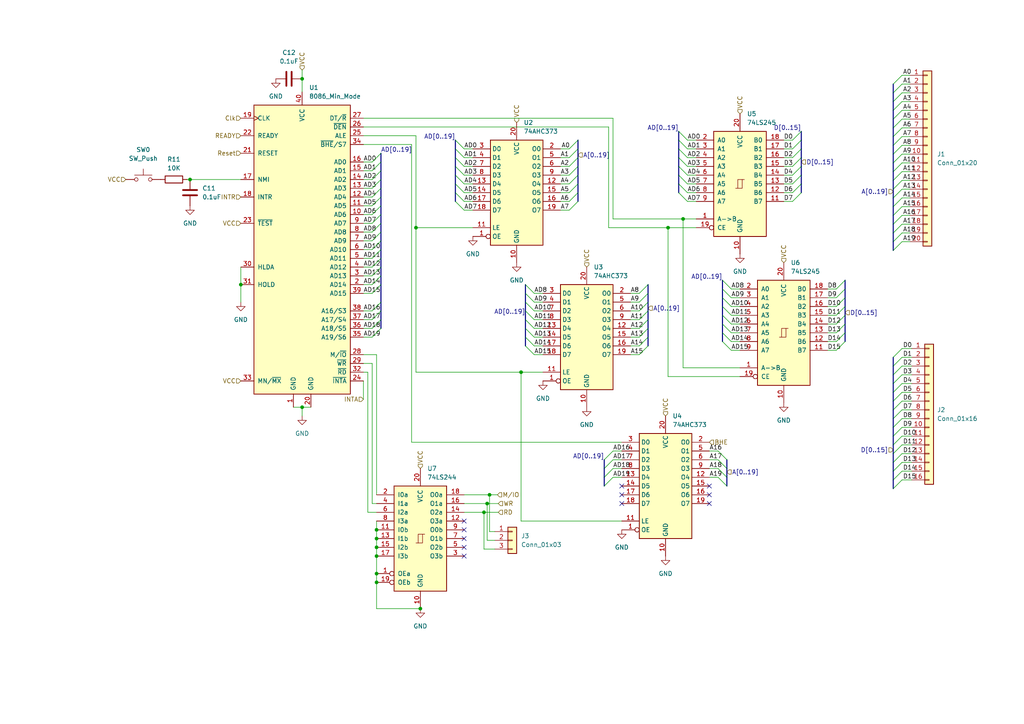
<source format=kicad_sch>
(kicad_sch (version 20211123) (generator eeschema)
  (paper "A4")
  (lib_symbols
    (symbol "74xx:74AHC373"
      (property "Reference" "U" (at -7.62 16.51 0))
      (property "Value" "74AHC373" (at -7.62 -16.51 0))
      (symbol "74AHC373_1_0"
        (pin input inverted (at -12.7 -12.7 0) (length 5.08) (name "OE") (number "1"))
        (pin power_in line (at 0 -20.32 90) (length 5.08) (name "GND") (number "10"))
        (pin input line (at -12.7 -10.16 0) (length 5.08) (name "LE") (number "11"))
        (pin tri_state line (at 12.7 2.54 180) (length 5.08) (name "O4") (number "12"))
        (pin input line (at -12.7 2.54 0) (length 5.08) (name "D4") (number "13"))
        (pin input line (at -12.7 0 0) (length 5.08) (name "D5") (number "14"))
        (pin tri_state line (at 12.7 0 180) (length 5.08) (name "O5") (number "15"))
        (pin tri_state line (at 12.7 -2.54 180) (length 5.08) (name "O6") (number "16"))
        (pin input line (at -12.7 -2.54 0) (length 5.08) (name "D6") (number "17"))
        (pin input line (at -12.7 -5.08 0) (length 5.08) (name "D7") (number "18"))
        (pin tri_state line (at 12.7 -5.08 180) (length 5.08) (name "O7") (number "19"))
        (pin tri_state line (at 12.7 12.7 180) (length 5.08) (name "O0") (number "2"))
        (pin power_in line (at 0 20.32 270) (length 5.08) (name "VCC") (number "20"))
        (pin input line (at -12.7 12.7 0) (length 5.08) (name "D0") (number "3"))
        (pin input line (at -12.7 10.16 0) (length 5.08) (name "D1") (number "4"))
        (pin tri_state line (at 12.7 10.16 180) (length 5.08) (name "O1") (number "5"))
        (pin tri_state line (at 12.7 7.62 180) (length 5.08) (name "O2") (number "6"))
        (pin input line (at -12.7 7.62 0) (length 5.08) (name "D2") (number "7"))
        (pin input line (at -12.7 5.08 0) (length 5.08) (name "D3") (number "8"))
        (pin tri_state line (at 12.7 5.08 180) (length 5.08) (name "O3") (number "9"))
      )
      (symbol "74AHC373_1_1"
        (rectangle (start -7.62 15.24) (end 7.62 -15.24) (stroke (width 0.254)) (fill (type background)))
      )
    )
    (symbol "74xx:74LS244" (pin_names (offset 1.016))
      (property "Reference" "U" (at -7.62 16.51 0))
      (property "Value" "74LS244" (at -7.62 -16.51 0))
      (symbol "74LS244_1_0"
        (polyline (pts (xy -0.635 -1.27) (xy -0.635 1.27) (xy 0.635 1.27)))
        (polyline (pts (xy -1.27 -1.27) (xy 0.635 -1.27) (xy 0.635 1.27) (xy 1.27 1.27)))
        (pin input inverted (at -12.7 -10.16 0) (length 5.08) (name "OEa") (number "1"))
        (pin power_in line (at 0 -20.32 90) (length 5.08) (name "GND") (number "10"))
        (pin input line (at -12.7 2.54 0) (length 5.08) (name "I0b") (number "11"))
        (pin tri_state line (at 12.7 5.08 180) (length 5.08) (name "O3a") (number "12"))
        (pin input line (at -12.7 0 0) (length 5.08) (name "I1b") (number "13"))
        (pin tri_state line (at 12.7 7.62 180) (length 5.08) (name "O2a") (number "14"))
        (pin input line (at -12.7 -2.54 0) (length 5.08) (name "I2b") (number "15"))
        (pin tri_state line (at 12.7 10.16 180) (length 5.08) (name "O1a") (number "16"))
        (pin input line (at -12.7 -5.08 0) (length 5.08) (name "I3b") (number "17"))
        (pin tri_state line (at 12.7 12.7 180) (length 5.08) (name "O0a") (number "18"))
        (pin input inverted (at -12.7 -12.7 0) (length 5.08) (name "OEb") (number "19"))
        (pin input line (at -12.7 12.7 0) (length 5.08) (name "I0a") (number "2"))
        (pin power_in line (at 0 20.32 270) (length 5.08) (name "VCC") (number "20"))
        (pin tri_state line (at 12.7 -5.08 180) (length 5.08) (name "O3b") (number "3"))
        (pin input line (at -12.7 10.16 0) (length 5.08) (name "I1a") (number "4"))
        (pin tri_state line (at 12.7 -2.54 180) (length 5.08) (name "O2b") (number "5"))
        (pin input line (at -12.7 7.62 0) (length 5.08) (name "I2a") (number "6"))
        (pin tri_state line (at 12.7 0 180) (length 5.08) (name "O1b") (number "7"))
        (pin input line (at -12.7 5.08 0) (length 5.08) (name "I3a") (number "8"))
        (pin tri_state line (at 12.7 2.54 180) (length 5.08) (name "O0b") (number "9"))
      )
      (symbol "74LS244_1_1"
        (rectangle (start -7.62 15.24) (end 7.62 -15.24) (stroke (width 0.254)) (fill (type background)))
      )
    )
    (symbol "74xx:74LS245" (pin_names (offset 1.016))
      (property "Reference" "U" (at -7.62 16.51 0))
      (property "Value" "74LS245" (at -7.62 -16.51 0))
      (symbol "74LS245_1_0"
        (polyline (pts (xy -0.635 -1.27) (xy -0.635 1.27) (xy 0.635 1.27)))
        (polyline (pts (xy -1.27 -1.27) (xy 0.635 -1.27) (xy 0.635 1.27) (xy 1.27 1.27)))
        (pin input line (at -12.7 -10.16 0) (length 5.08) (name "A->B") (number "1"))
        (pin power_in line (at 0 -20.32 90) (length 5.08) (name "GND") (number "10"))
        (pin tri_state line (at 12.7 -5.08 180) (length 5.08) (name "B7") (number "11"))
        (pin tri_state line (at 12.7 -2.54 180) (length 5.08) (name "B6") (number "12"))
        (pin tri_state line (at 12.7 0 180) (length 5.08) (name "B5") (number "13"))
        (pin tri_state line (at 12.7 2.54 180) (length 5.08) (name "B4") (number "14"))
        (pin tri_state line (at 12.7 5.08 180) (length 5.08) (name "B3") (number "15"))
        (pin tri_state line (at 12.7 7.62 180) (length 5.08) (name "B2") (number "16"))
        (pin tri_state line (at 12.7 10.16 180) (length 5.08) (name "B1") (number "17"))
        (pin tri_state line (at 12.7 12.7 180) (length 5.08) (name "B0") (number "18"))
        (pin input inverted (at -12.7 -12.7 0) (length 5.08) (name "CE") (number "19"))
        (pin tri_state line (at -12.7 12.7 0) (length 5.08) (name "A0") (number "2"))
        (pin power_in line (at 0 20.32 270) (length 5.08) (name "VCC") (number "20"))
        (pin tri_state line (at -12.7 10.16 0) (length 5.08) (name "A1") (number "3"))
        (pin tri_state line (at -12.7 7.62 0) (length 5.08) (name "A2") (number "4"))
        (pin tri_state line (at -12.7 5.08 0) (length 5.08) (name "A3") (number "5"))
        (pin tri_state line (at -12.7 2.54 0) (length 5.08) (name "A4") (number "6"))
        (pin tri_state line (at -12.7 0 0) (length 5.08) (name "A5") (number "7"))
        (pin tri_state line (at -12.7 -2.54 0) (length 5.08) (name "A6") (number "8"))
        (pin tri_state line (at -12.7 -5.08 0) (length 5.08) (name "A7") (number "9"))
      )
      (symbol "74LS245_1_1"
        (rectangle (start -7.62 15.24) (end 7.62 -15.24) (stroke (width 0.254)) (fill (type background)))
      )
    )
    (symbol "Connector_Generic:Conn_01x03" (pin_names (offset 1.016) hide)
      (property "Reference" "J" (at 0 5.08 0))
      (property "Value" "Conn_01x03" (at 0 -5.08 0))
      (symbol "Conn_01x03_1_1"
        (rectangle (start -1.27 -2.413) (end 0 -2.667) (stroke (width 0.1524)))
        (rectangle (start -1.27 0.127) (end 0 -0.127) (stroke (width 0.1524)))
        (rectangle (start -1.27 2.667) (end 0 2.413) (stroke (width 0.1524)))
        (rectangle (start -1.27 3.81) (end 1.27 -3.81) (stroke (width 0.254)) (fill (type background)))
        (pin passive line (at -5.08 2.54 0) (length 3.81) (name "Pin_1") (number "1"))
        (pin passive line (at -5.08 0 0) (length 3.81) (name "Pin_2") (number "2"))
        (pin passive line (at -5.08 -2.54 0) (length 3.81) (name "Pin_3") (number "3"))
      )
    )
    (symbol "Connector_Generic:Conn_01x16" (pin_names (offset 1.016) hide)
      (property "Reference" "J" (at 0 20.32 0))
      (property "Value" "Conn_01x16" (at 0 -22.86 0))
      (symbol "Conn_01x16_1_1"
        (rectangle (start -1.27 -20.193) (end 0 -20.447) (stroke (width 0.1524)))
        (rectangle (start -1.27 -17.653) (end 0 -17.907) (stroke (width 0.1524)))
        (rectangle (start -1.27 -15.113) (end 0 -15.367) (stroke (width 0.1524)))
        (rectangle (start -1.27 -12.573) (end 0 -12.827) (stroke (width 0.1524)))
        (rectangle (start -1.27 -10.033) (end 0 -10.287) (stroke (width 0.1524)))
        (rectangle (start -1.27 -7.493) (end 0 -7.747) (stroke (width 0.1524)))
        (rectangle (start -1.27 -4.953) (end 0 -5.207) (stroke (width 0.1524)))
        (rectangle (start -1.27 -2.413) (end 0 -2.667) (stroke (width 0.1524)))
        (rectangle (start -1.27 0.127) (end 0 -0.127) (stroke (width 0.1524)))
        (rectangle (start -1.27 2.667) (end 0 2.413) (stroke (width 0.1524)))
        (rectangle (start -1.27 5.207) (end 0 4.953) (stroke (width 0.1524)))
        (rectangle (start -1.27 7.747) (end 0 7.493) (stroke (width 0.1524)))
        (rectangle (start -1.27 10.287) (end 0 10.033) (stroke (width 0.1524)))
        (rectangle (start -1.27 12.827) (end 0 12.573) (stroke (width 0.1524)))
        (rectangle (start -1.27 15.367) (end 0 15.113) (stroke (width 0.1524)))
        (rectangle (start -1.27 17.907) (end 0 17.653) (stroke (width 0.1524)))
        (rectangle (start -1.27 19.05) (end 1.27 -21.59) (stroke (width 0.254)) (fill (type background)))
        (pin passive line (at -5.08 17.78 0) (length 3.81) (name "Pin_1") (number "1"))
        (pin passive line (at -5.08 -5.08 0) (length 3.81) (name "Pin_10") (number "10"))
        (pin passive line (at -5.08 -7.62 0) (length 3.81) (name "Pin_11") (number "11"))
        (pin passive line (at -5.08 -10.16 0) (length 3.81) (name "Pin_12") (number "12"))
        (pin passive line (at -5.08 -12.7 0) (length 3.81) (name "Pin_13") (number "13"))
        (pin passive line (at -5.08 -15.24 0) (length 3.81) (name "Pin_14") (number "14"))
        (pin passive line (at -5.08 -17.78 0) (length 3.81) (name "Pin_15") (number "15"))
        (pin passive line (at -5.08 -20.32 0) (length 3.81) (name "Pin_16") (number "16"))
        (pin passive line (at -5.08 15.24 0) (length 3.81) (name "Pin_2") (number "2"))
        (pin passive line (at -5.08 12.7 0) (length 3.81) (name "Pin_3") (number "3"))
        (pin passive line (at -5.08 10.16 0) (length 3.81) (name "Pin_4") (number "4"))
        (pin passive line (at -5.08 7.62 0) (length 3.81) (name "Pin_5") (number "5"))
        (pin passive line (at -5.08 5.08 0) (length 3.81) (name "Pin_6") (number "6"))
        (pin passive line (at -5.08 2.54 0) (length 3.81) (name "Pin_7") (number "7"))
        (pin passive line (at -5.08 0 0) (length 3.81) (name "Pin_8") (number "8"))
        (pin passive line (at -5.08 -2.54 0) (length 3.81) (name "Pin_9") (number "9"))
      )
    )
    (symbol "Connector_Generic:Conn_01x20" (pin_names (offset 1.016) hide)
      (property "Reference" "J" (at 0 25.4 0))
      (property "Value" "Conn_01x20" (at 0 -27.94 0))
      (symbol "Conn_01x20_1_1"
        (rectangle (start -1.27 -25.273) (end 0 -25.527) (stroke (width 0.1524)))
        (rectangle (start -1.27 -22.733) (end 0 -22.987) (stroke (width 0.1524)))
        (rectangle (start -1.27 -20.193) (end 0 -20.447) (stroke (width 0.1524)))
        (rectangle (start -1.27 -17.653) (end 0 -17.907) (stroke (width 0.1524)))
        (rectangle (start -1.27 -15.113) (end 0 -15.367) (stroke (width 0.1524)))
        (rectangle (start -1.27 -12.573) (end 0 -12.827) (stroke (width 0.1524)))
        (rectangle (start -1.27 -10.033) (end 0 -10.287) (stroke (width 0.1524)))
        (rectangle (start -1.27 -7.493) (end 0 -7.747) (stroke (width 0.1524)))
        (rectangle (start -1.27 -4.953) (end 0 -5.207) (stroke (width 0.1524)))
        (rectangle (start -1.27 -2.413) (end 0 -2.667) (stroke (width 0.1524)))
        (rectangle (start -1.27 0.127) (end 0 -0.127) (stroke (width 0.1524)))
        (rectangle (start -1.27 2.667) (end 0 2.413) (stroke (width 0.1524)))
        (rectangle (start -1.27 5.207) (end 0 4.953) (stroke (width 0.1524)))
        (rectangle (start -1.27 7.747) (end 0 7.493) (stroke (width 0.1524)))
        (rectangle (start -1.27 10.287) (end 0 10.033) (stroke (width 0.1524)))
        (rectangle (start -1.27 12.827) (end 0 12.573) (stroke (width 0.1524)))
        (rectangle (start -1.27 15.367) (end 0 15.113) (stroke (width 0.1524)))
        (rectangle (start -1.27 17.907) (end 0 17.653) (stroke (width 0.1524)))
        (rectangle (start -1.27 20.447) (end 0 20.193) (stroke (width 0.1524)))
        (rectangle (start -1.27 22.987) (end 0 22.733) (stroke (width 0.1524)))
        (rectangle (start -1.27 24.13) (end 1.27 -26.67) (stroke (width 0.254)) (fill (type background)))
        (pin passive line (at -5.08 22.86 0) (length 3.81) (name "Pin_1") (number "1"))
        (pin passive line (at -5.08 0 0) (length 3.81) (name "Pin_10") (number "10"))
        (pin passive line (at -5.08 -2.54 0) (length 3.81) (name "Pin_11") (number "11"))
        (pin passive line (at -5.08 -5.08 0) (length 3.81) (name "Pin_12") (number "12"))
        (pin passive line (at -5.08 -7.62 0) (length 3.81) (name "Pin_13") (number "13"))
        (pin passive line (at -5.08 -10.16 0) (length 3.81) (name "Pin_14") (number "14"))
        (pin passive line (at -5.08 -12.7 0) (length 3.81) (name "Pin_15") (number "15"))
        (pin passive line (at -5.08 -15.24 0) (length 3.81) (name "Pin_16") (number "16"))
        (pin passive line (at -5.08 -17.78 0) (length 3.81) (name "Pin_17") (number "17"))
        (pin passive line (at -5.08 -20.32 0) (length 3.81) (name "Pin_18") (number "18"))
        (pin passive line (at -5.08 -22.86 0) (length 3.81) (name "Pin_19") (number "19"))
        (pin passive line (at -5.08 20.32 0) (length 3.81) (name "Pin_2") (number "2"))
        (pin passive line (at -5.08 -25.4 0) (length 3.81) (name "Pin_20") (number "20"))
        (pin passive line (at -5.08 17.78 0) (length 3.81) (name "Pin_3") (number "3"))
        (pin passive line (at -5.08 15.24 0) (length 3.81) (name "Pin_4") (number "4"))
        (pin passive line (at -5.08 12.7 0) (length 3.81) (name "Pin_5") (number "5"))
        (pin passive line (at -5.08 10.16 0) (length 3.81) (name "Pin_6") (number "6"))
        (pin passive line (at -5.08 7.62 0) (length 3.81) (name "Pin_7") (number "7"))
        (pin passive line (at -5.08 5.08 0) (length 3.81) (name "Pin_8") (number "8"))
        (pin passive line (at -5.08 2.54 0) (length 3.81) (name "Pin_9") (number "9"))
      )
    )
    (symbol "Device:C" (pin_numbers hide) (pin_names (offset 0.254))
      (property "Reference" "C" (at 0.635 2.54 0))
      (property "Value" "C" (at 0.635 -2.54 0))
      (symbol "C_0_1"
        (polyline (pts (xy -2.032 -0.762) (xy 2.032 -0.762)) (stroke (width 0.508)))
        (polyline (pts (xy -2.032 0.762) (xy 2.032 0.762)) (stroke (width 0.508)))
      )
      (symbol "C_1_1"
        (pin passive line (at 0 3.81 270) (length 2.794) (name "~") (number "1"))
        (pin passive line (at 0 -3.81 90) (length 2.794) (name "~") (number "2"))
      )
    )
    (symbol "Device:R" (pin_numbers hide) (pin_names (offset 0))
      (property "Reference" "R" (at 2.032 0 90))
      (property "Value" "R" (at 0 0 90))
      (symbol "R_0_1"
        (rectangle (start -1.016 -2.54) (end 1.016 2.54) (stroke (width 0.254)))
      )
      (symbol "R_1_1"
        (pin passive line (at 0 3.81 270) (length 1.27) (name "~") (number "1"))
        (pin passive line (at 0 -3.81 90) (length 1.27) (name "~") (number "2"))
      )
    )
    (symbol "MCU_Intel:8086_Min_Mode" (pin_names (offset 1.016))
      (property "Reference" "U" (at -12.7 43.18 0))
      (property "Value" "8086_Min_Mode" (at 10.16 43.18 0))
      (symbol "8086_Min_Mode_0_1"
        (rectangle (start 13.97 -41.91) (end -13.97 41.91) (stroke (width 0.254)) (fill (type background)))
      )
      (symbol "8086_Min_Mode_1_1"
        (pin power_in line (at -2.54 -45.72 90) (length 3.81) (name "GND") (number "1"))
        (pin bidirectional line (at 17.78 10.16 180) (length 3.81) (name "AD6") (number "10"))
        (pin bidirectional line (at 17.78 12.7 180) (length 3.81) (name "AD5") (number "11"))
        (pin bidirectional line (at 17.78 15.24 180) (length 3.81) (name "AD4") (number "12"))
        (pin bidirectional line (at 17.78 17.78 180) (length 3.81) (name "AD3") (number "13"))
        (pin bidirectional line (at 17.78 20.32 180) (length 3.81) (name "AD2") (number "14"))
        (pin bidirectional line (at 17.78 22.86 180) (length 3.81) (name "AD1") (number "15"))
        (pin bidirectional line (at 17.78 25.4 180) (length 3.81) (name "AD0") (number "16"))
        (pin input line (at -17.78 20.32 0) (length 3.81) (name "NMI") (number "17"))
        (pin input line (at -17.78 15.24 0) (length 3.81) (name "INTR") (number "18"))
        (pin input clock (at -17.78 38.1 0) (length 3.81) (name "CLK") (number "19"))
        (pin bidirectional line (at 17.78 -10.16 180) (length 3.81) (name "AD14") (number "2"))
        (pin power_in line (at 2.54 -45.72 90) (length 3.81) (name "GND") (number "20"))
        (pin input line (at -17.78 27.94 0) (length 3.81) (name "RESET") (number "21"))
        (pin input line (at -17.78 33.02 0) (length 3.81) (name "READY") (number "22"))
        (pin input line (at -17.78 7.62 0) (length 3.81) (name "~{TEST}") (number "23"))
        (pin output line (at 17.78 -38.1 180) (length 3.81) (name "~{INTA}") (number "24"))
        (pin output line (at 17.78 33.02 180) (length 3.81) (name "ALE") (number "25"))
        (pin output line (at 17.78 35.56 180) (length 3.81) (name "~{DEN}") (number "26"))
        (pin output line (at 17.78 38.1 180) (length 3.81) (name "DT/~{R}") (number "27"))
        (pin output line (at 17.78 -30.48 180) (length 3.81) (name "M/~{IO}") (number "28"))
        (pin output line (at 17.78 -33.02 180) (length 3.81) (name "~{WR}") (number "29"))
        (pin bidirectional line (at 17.78 -7.62 180) (length 3.81) (name "AD13") (number "3"))
        (pin output line (at -17.78 -5.08 0) (length 3.81) (name "HLDA") (number "30"))
        (pin input line (at -17.78 -10.16 0) (length 3.81) (name "HOLD") (number "31"))
        (pin output line (at 17.78 -35.56 180) (length 3.81) (name "~{RD}") (number "32"))
        (pin input line (at -17.78 -38.1 0) (length 3.81) (name "MN/~{MX}") (number "33"))
        (pin output line (at 17.78 30.48 180) (length 3.81) (name "~{BHE}/S7") (number "34"))
        (pin output line (at 17.78 -25.4 180) (length 3.81) (name "A19/S6") (number "35"))
        (pin output line (at 17.78 -22.86 180) (length 3.81) (name "A18/S5") (number "36"))
        (pin output line (at 17.78 -20.32 180) (length 3.81) (name "A17/S4") (number "37"))
        (pin output line (at 17.78 -17.78 180) (length 3.81) (name "A16/S3") (number "38"))
        (pin bidirectional line (at 17.78 -12.7 180) (length 3.81) (name "AD15") (number "39"))
        (pin bidirectional line (at 17.78 -5.08 180) (length 3.81) (name "AD12") (number "4"))
        (pin power_in line (at 0 45.72 270) (length 3.81) (name "VCC") (number "40"))
        (pin bidirectional line (at 17.78 -2.54 180) (length 3.81) (name "AD11") (number "5"))
        (pin bidirectional line (at 17.78 0 180) (length 3.81) (name "AD10") (number "6"))
        (pin bidirectional line (at 17.78 2.54 180) (length 3.81) (name "AD9") (number "7"))
        (pin bidirectional line (at 17.78 5.08 180) (length 3.81) (name "AD8") (number "8"))
        (pin bidirectional line (at 17.78 7.62 180) (length 3.81) (name "AD7") (number "9"))
      )
    )
    (symbol "Switch:SW_Push" (pin_numbers hide) (pin_names (offset 1.016) hide)
      (property "Reference" "SW" (at 1.27 2.54 0))
      (property "Value" "SW_Push" (at 0 -1.524 0))
      (symbol "SW_Push_0_1"
        (circle (center -2.032 0) (radius 0.508))
        (polyline (pts (xy 0 1.27) (xy 0 3.048)))
        (polyline (pts (xy 2.54 1.27) (xy -2.54 1.27)))
        (circle (center 2.032 0) (radius 0.508))
        (pin passive line (at -5.08 0 0) (length 2.54) (name "1") (number "1"))
        (pin passive line (at 5.08 0 180) (length 2.54) (name "2") (number "2"))
      )
    )
    (symbol "power:GND" (power) (pin_names (offset 0))
      (property "Value" "GND" (at 0 -3.81 0))
      (symbol "GND_0_1"
        (polyline (pts (xy 0 0) (xy 0 -1.27) (xy 1.27 -1.27) (xy 0 -2.54) (xy -1.27 -1.27) (xy 0 -1.27)))
      )
      (symbol "GND_1_1"
        (pin power_in line (at 0 0 270) (length 0) hide (name "GND") (number "1"))
      )
    )
  )
  (junction (at 121.92 176.53))
  (junction (at 69.85 82.55))
  (junction (at 55.118 52.07))
  (junction (at 140.3761 148.59))
  (junction (at 109.22 156.21))
  (junction (at 141.986 143.51))
  (junction (at 141.2951 146.05))
  (junction (at 109.22 166.37))
  (junction (at 87.63 118.11))
  (junction (at 120.65 66.04))
  (junction (at 109.22 153.67))
  (junction (at 193.761 66.04))
  (junction (at 109.22 161.29))
  (junction (at 109.22 158.75))
  (junction (at 198.12 63.5))
  (junction (at 87.63 22.86))
  (junction (at 109.22 168.91))
  (junction (at 151.13 107.95))
  (no_connect (at 134.62 156.21))
  (no_connect (at 134.62 151.13))
  (no_connect (at 134.62 153.67))
  (no_connect (at 180.34 146.05))
  (no_connect (at 205.74 140.97))
  (no_connect (at 180.34 143.51))
  (no_connect (at 205.74 146.05))
  (no_connect (at 180.34 140.97))
  (no_connect (at 134.62 158.75))
  (no_connect (at 134.62 161.29))
  (no_connect (at 205.74 143.51))
  (bus_entry (at 209.55 96.52) (size 2.54 2.54))
  (bus_entry (at 259.08 34.544) (size 2.54 -2.54))
  (bus_entry (at 259.08 44.704) (size 2.54 -2.54))
  (bus_entry (at 209.55 83.82) (size 2.54 2.54))
  (bus_entry (at 196.85 40.64) (size 2.54 2.54))
  (bus_entry (at 110.49 54.61) (size -2.54 2.54))
  (bus_entry (at 209.55 86.36) (size 2.54 2.54))
  (bus_entry (at 110.49 95.25) (size -2.54 2.54))
  (bus_entry (at 110.49 92.71) (size -2.54 2.54))
  (bus_entry (at 110.49 90.17) (size -2.54 2.54))
  (bus_entry (at 110.49 87.63) (size -2.54 2.54))
  (bus_entry (at 259.08 123.952) (size 2.54 -2.54))
  (bus_entry (at 187.96 85.09) (size -2.54 2.54))
  (bus_entry (at 209.55 99.06) (size 2.54 2.54))
  (bus_entry (at 187.96 95.25) (size -2.54 2.54))
  (bus_entry (at 196.85 38.1) (size 2.54 2.54))
  (bus_entry (at 187.96 82.55) (size -2.54 2.54))
  (bus_entry (at 259.08 141.732) (size 2.54 -2.54))
  (bus_entry (at 259.08 59.944) (size 2.54 -2.54))
  (bus_entry (at 110.49 77.47) (size -2.54 2.54))
  (bus_entry (at 110.49 82.55) (size -2.54 2.54))
  (bus_entry (at 132.08 55.88) (size 2.54 2.54))
  (bus_entry (at 259.08 111.252) (size 2.54 -2.54))
  (bus_entry (at 152.4 97.79) (size 2.54 2.54))
  (bus_entry (at 132.08 48.26) (size 2.54 2.54))
  (bus_entry (at 259.08 121.412) (size 2.54 -2.54))
  (bus_entry (at 110.49 59.69) (size -2.54 2.54))
  (bus_entry (at 259.08 108.712) (size 2.54 -2.54))
  (bus_entry (at 245.11 99.06) (size -2.54 2.54))
  (bus_entry (at 259.08 70.104) (size 2.54 -2.54))
  (bus_entry (at 259.08 39.624) (size 2.54 -2.54))
  (bus_entry (at 196.85 50.8) (size 2.54 2.54))
  (bus_entry (at 110.49 67.31) (size -2.54 2.54))
  (bus_entry (at 259.08 67.564) (size 2.54 -2.54))
  (bus_entry (at 245.11 88.9) (size -2.54 2.54))
  (bus_entry (at 259.08 24.384) (size 2.54 -2.54))
  (bus_entry (at 210.82 138.43) (size -2.54 -2.54))
  (bus_entry (at 196.85 45.72) (size 2.54 2.54))
  (bus_entry (at 110.49 46.99) (size -2.54 2.54))
  (bus_entry (at 167.64 50.8) (size -2.54 2.54))
  (bus_entry (at 110.49 64.77) (size -2.54 2.54))
  (bus_entry (at 259.08 65.024) (size 2.54 -2.54))
  (bus_entry (at 259.08 52.324) (size 2.54 -2.54))
  (bus_entry (at 187.96 87.63) (size -2.54 2.54))
  (bus_entry (at 152.4 82.55) (size 2.54 2.54))
  (bus_entry (at 196.85 43.18) (size 2.54 2.54))
  (bus_entry (at 259.08 29.464) (size 2.54 -2.54))
  (bus_entry (at 245.11 93.98) (size -2.54 2.54))
  (bus_entry (at 196.85 55.88) (size 2.54 2.54))
  (bus_entry (at 232.41 40.64) (size -2.54 2.54))
  (bus_entry (at 245.11 96.52) (size -2.54 2.54))
  (bus_entry (at 232.41 48.26) (size -2.54 2.54))
  (bus_entry (at 167.64 48.26) (size -2.54 2.54))
  (bus_entry (at 259.08 134.112) (size 2.54 -2.54))
  (bus_entry (at 175.26 140.97) (size 2.54 -2.54))
  (bus_entry (at 187.96 97.79) (size -2.54 2.54))
  (bus_entry (at 245.11 86.36) (size -2.54 2.54))
  (bus_entry (at 210.82 135.89) (size -2.54 -2.54))
  (bus_entry (at 132.08 43.18) (size 2.54 2.54))
  (bus_entry (at 110.49 69.85) (size -2.54 2.54))
  (bus_entry (at 232.41 38.1) (size -2.54 2.54))
  (bus_entry (at 259.08 129.032) (size 2.54 -2.54))
  (bus_entry (at 245.11 83.82) (size -2.54 2.54))
  (bus_entry (at 187.96 100.33) (size -2.54 2.54))
  (bus_entry (at 232.41 53.34) (size -2.54 2.54))
  (bus_entry (at 259.08 26.924) (size 2.54 -2.54))
  (bus_entry (at 187.96 90.17) (size -2.54 2.54))
  (bus_entry (at 110.49 74.93) (size -2.54 2.54))
  (bus_entry (at 209.55 93.98) (size 2.54 2.54))
  (bus_entry (at 167.64 45.72) (size -2.54 2.54))
  (bus_entry (at 259.08 37.084) (size 2.54 -2.54))
  (bus_entry (at 187.96 92.71) (size -2.54 2.54))
  (bus_entry (at 259.08 62.484) (size 2.54 -2.54))
  (bus_entry (at 210.82 133.35) (size -2.54 -2.54))
  (bus_entry (at 196.85 48.26) (size 2.54 2.54))
  (bus_entry (at 110.49 62.23) (size -2.54 2.54))
  (bus_entry (at 167.64 53.34) (size -2.54 2.54))
  (bus_entry (at 259.08 126.492) (size 2.54 -2.54))
  (bus_entry (at 245.11 91.44) (size -2.54 2.54))
  (bus_entry (at 209.55 81.28) (size 2.54 2.54))
  (bus_entry (at 232.41 50.8) (size -2.54 2.54))
  (bus_entry (at 259.08 136.652) (size 2.54 -2.54))
  (bus_entry (at 259.08 103.632) (size 2.54 -2.54))
  (bus_entry (at 167.64 58.42) (size -2.54 2.54))
  (bus_entry (at 259.08 57.404) (size 2.54 -2.54))
  (bus_entry (at 259.08 116.332) (size 2.54 -2.54))
  (bus_entry (at 232.41 45.72) (size -2.54 2.54))
  (bus_entry (at 110.49 72.39) (size -2.54 2.54))
  (bus_entry (at 175.26 135.89) (size 2.54 -2.54))
  (bus_entry (at 110.49 80.01) (size -2.54 2.54))
  (bus_entry (at 259.08 106.172) (size 2.54 -2.54))
  (bus_entry (at 259.08 72.644) (size 2.54 -2.54))
  (bus_entry (at 152.4 87.63) (size 2.54 2.54))
  (bus_entry (at 210.82 140.97) (size -2.54 -2.54))
  (bus_entry (at 167.64 43.18) (size -2.54 2.54))
  (bus_entry (at 259.08 49.784) (size 2.54 -2.54))
  (bus_entry (at 110.49 57.15) (size -2.54 2.54))
  (bus_entry (at 152.4 100.33) (size 2.54 2.54))
  (bus_entry (at 110.49 52.07) (size -2.54 2.54))
  (bus_entry (at 152.4 90.17) (size 2.54 2.54))
  (bus_entry (at 259.08 42.164) (size 2.54 -2.54))
  (bus_entry (at 175.26 133.35) (size 2.54 -2.54))
  (bus_entry (at 167.64 40.64) (size -2.54 2.54))
  (bus_entry (at 196.85 53.34) (size 2.54 2.54))
  (bus_entry (at 132.08 50.8) (size 2.54 2.54))
  (bus_entry (at 209.55 88.9) (size 2.54 2.54))
  (bus_entry (at 259.08 47.244) (size 2.54 -2.54))
  (bus_entry (at 259.08 32.004) (size 2.54 -2.54))
  (bus_entry (at 259.08 113.792) (size 2.54 -2.54))
  (bus_entry (at 259.08 118.872) (size 2.54 -2.54))
  (bus_entry (at 152.4 95.25) (size 2.54 2.54))
  (bus_entry (at 167.64 55.88) (size -2.54 2.54))
  (bus_entry (at 259.08 131.572) (size 2.54 -2.54))
  (bus_entry (at 110.49 49.53) (size -2.54 2.54))
  (bus_entry (at 232.41 43.18) (size -2.54 2.54))
  (bus_entry (at 245.11 81.28) (size -2.54 2.54))
  (bus_entry (at 232.41 55.88) (size -2.54 2.54))
  (bus_entry (at 152.4 92.71) (size 2.54 2.54))
  (bus_entry (at 259.08 54.864) (size 2.54 -2.54))
  (bus_entry (at 132.08 58.42) (size 2.54 2.54))
  (bus_entry (at 110.49 44.45) (size -2.54 2.54))
  (bus_entry (at 152.4 85.09) (size 2.54 2.54))
  (bus_entry (at 132.08 40.64) (size 2.54 2.54))
  (bus_entry (at 175.26 138.43) (size 2.54 -2.54))
  (bus_entry (at 132.08 53.34) (size 2.54 2.54))
  (bus_entry (at 259.08 139.192) (size 2.54 -2.54))
  (bus_entry (at 209.55 91.44) (size 2.54 2.54))
  (bus_entry (at 132.08 45.72) (size 2.54 2.54))
  (bus (pts (xy 210.82 138.43) (xy 210.82 140.97)))
  (bus (pts (xy 259.08 139.192) (xy 259.08 136.652)))
  (wire (pts (xy 240.03 88.9) (xy 242.57 88.9)))
  (bus (pts (xy 259.08 62.484) (xy 259.08 59.944)))
  (bus (pts (xy 209.55 96.52) (xy 209.55 99.06)))
  (wire (pts (xy 261.62 44.704) (xy 263.906 44.704)))
  (wire (pts (xy 240.03 86.36) (xy 242.57 86.36)))
  (wire (pts (xy 54.2546 52.07) (xy 54.2546 52.0573)))
  (bus (pts (xy 210.82 135.89) (xy 210.82 138.43)))
  (wire (pts (xy 105.41 105.41) (xy 107.95 105.41)))
  (bus (pts (xy 259.08 32.004) (xy 259.08 29.464)))
  (wire (pts (xy 227.33 53.34) (xy 229.87 53.34)))
  (wire (pts (xy 154.94 90.17) (xy 157.48 90.17)))
  (wire (pts (xy 141.986 154.178) (xy 143.51 154.178)))
  (wire (pts (xy 199.39 43.18) (xy 201.93 43.18)))
  (wire (pts (xy 87.63 118.11) (xy 87.63 120.65)))
  (wire (pts (xy 227.33 43.18) (xy 229.87 43.18)))
  (bus (pts (xy 110.49 77.47) (xy 110.49 80.01)))
  (wire (pts (xy 261.62 67.564) (xy 263.906 67.564)))
  (wire (pts (xy 105.41 77.47) (xy 107.95 77.47)))
  (wire (pts (xy 105.41 90.17) (xy 107.95 90.17)))
  (wire (pts (xy 119.38 41.91) (xy 119.38 128.27)))
  (wire (pts (xy 141.2951 146.05) (xy 144.526 146.05)))
  (bus (pts (xy 132.08 48.26) (xy 132.08 50.8)))
  (wire (pts (xy 261.62 21.844) (xy 263.906 21.844)))
  (wire (pts (xy 261.62 59.944) (xy 263.906 59.944)))
  (bus (pts (xy 232.41 53.34) (xy 232.41 55.88)))
  (wire (pts (xy 141.986 143.51) (xy 141.986 154.178)))
  (bus (pts (xy 259.08 65.024) (xy 259.08 62.484)))
  (bus (pts (xy 245.11 86.36) (xy 245.11 88.9)))
  (wire (pts (xy 141.986 143.51) (xy 144.272 143.51)))
  (wire (pts (xy 261.62 34.544) (xy 263.906 34.544)))
  (bus (pts (xy 110.49 54.61) (xy 110.49 57.15)))
  (wire (pts (xy 240.03 83.82) (xy 242.57 83.82)))
  (wire (pts (xy 182.88 100.33) (xy 185.42 100.33)))
  (wire (pts (xy 261.62 101.092) (xy 264.414 101.092)))
  (wire (pts (xy 199.39 55.88) (xy 201.93 55.88)))
  (wire (pts (xy 261.62 47.244) (xy 263.906 47.244)))
  (wire (pts (xy 105.41 74.93) (xy 107.95 74.93)))
  (bus (pts (xy 110.49 59.69) (xy 110.49 62.23)))
  (wire (pts (xy 261.62 113.792) (xy 264.414 113.792)))
  (bus (pts (xy 209.55 91.44) (xy 209.55 93.98)))
  (bus (pts (xy 232.41 40.64) (xy 232.41 43.18)))
  (bus (pts (xy 110.49 67.31) (xy 110.49 69.85)))
  (bus (pts (xy 167.64 48.26) (xy 167.64 50.8)))
  (wire (pts (xy 109.22 176.53) (xy 121.92 176.53)))
  (bus (pts (xy 259.08 116.332) (xy 259.08 113.792)))
  (wire (pts (xy 227.33 48.26) (xy 229.87 48.26)))
  (wire (pts (xy 69.85 82.55) (xy 69.85 87.63)))
  (wire (pts (xy 162.56 48.26) (xy 165.1 48.26)))
  (wire (pts (xy 105.41 115.824) (xy 105.41 110.49)))
  (wire (pts (xy 105.41 107.95) (xy 106.68 107.95)))
  (bus (pts (xy 110.49 52.07) (xy 110.49 54.61)))
  (wire (pts (xy 182.88 102.87) (xy 185.42 102.87)))
  (wire (pts (xy 182.88 97.79) (xy 185.42 97.79)))
  (bus (pts (xy 152.4 87.63) (xy 152.4 90.17)))
  (wire (pts (xy 205.74 138.43) (xy 208.28 138.43)))
  (bus (pts (xy 259.08 42.164) (xy 259.08 39.624)))
  (wire (pts (xy 193.761 109.22) (xy 214.63 109.22)))
  (wire (pts (xy 140.3761 148.59) (xy 140.3761 159.258)))
  (wire (pts (xy 177.8 133.35) (xy 180.34 133.35)))
  (bus (pts (xy 152.4 82.55) (xy 152.4 85.09)))
  (wire (pts (xy 240.03 101.6) (xy 242.57 101.6)))
  (wire (pts (xy 212.09 96.52) (xy 214.63 96.52)))
  (wire (pts (xy 177.8 63.5) (xy 198.12 63.5)))
  (wire (pts (xy 107.95 105.41) (xy 107.95 146.05)))
  (wire (pts (xy 120.65 107.95) (xy 151.13 107.95)))
  (wire (pts (xy 176.53 36.83) (xy 176.53 66.04)))
  (wire (pts (xy 205.74 135.89) (xy 208.28 135.89)))
  (wire (pts (xy 151.13 107.95) (xy 157.48 107.95)))
  (wire (pts (xy 261.62 126.492) (xy 264.414 126.492)))
  (bus (pts (xy 209.55 81.28) (xy 209.55 83.82)))
  (bus (pts (xy 232.41 43.18) (xy 232.41 45.72)))
  (wire (pts (xy 109.22 161.29) (xy 109.22 166.37)))
  (wire (pts (xy 212.09 88.9) (xy 214.63 88.9)))
  (bus (pts (xy 232.41 48.26) (xy 232.41 50.8)))
  (wire (pts (xy 120.65 39.37) (xy 120.65 66.04)))
  (bus (pts (xy 259.08 57.404) (xy 259.08 54.864)))
  (bus (pts (xy 245.11 81.28) (xy 245.11 83.82)))
  (wire (pts (xy 261.62 106.172) (xy 264.414 106.172)))
  (wire (pts (xy 212.09 101.6) (xy 214.63 101.6)))
  (wire (pts (xy 107.95 146.05) (xy 109.22 146.05)))
  (bus (pts (xy 187.96 97.79) (xy 187.96 100.33)))
  (wire (pts (xy 105.41 97.79) (xy 107.95 97.79)))
  (wire (pts (xy 105.41 72.39) (xy 107.95 72.39)))
  (bus (pts (xy 259.08 129.032) (xy 259.08 126.492)))
  (bus (pts (xy 110.49 80.01) (xy 110.49 82.55)))
  (wire (pts (xy 154.94 87.63) (xy 157.48 87.63)))
  (bus (pts (xy 152.4 95.25) (xy 152.4 97.79)))
  (wire (pts (xy 193.761 66.04) (xy 201.93 66.04)))
  (bus (pts (xy 259.08 47.244) (xy 259.08 44.704)))
  (bus (pts (xy 187.96 90.17) (xy 187.96 92.71)))
  (wire (pts (xy 105.41 95.25) (xy 107.95 95.25)))
  (wire (pts (xy 134.62 55.88) (xy 137.16 55.88)))
  (wire (pts (xy 177.8 138.43) (xy 180.34 138.43)))
  (wire (pts (xy 105.41 62.23) (xy 107.95 62.23)))
  (bus (pts (xy 259.08 44.704) (xy 259.08 42.164)))
  (wire (pts (xy 261.62 39.624) (xy 263.906 39.624)))
  (bus (pts (xy 259.08 111.252) (xy 259.08 108.712)))
  (wire (pts (xy 162.56 50.8) (xy 165.1 50.8)))
  (bus (pts (xy 196.85 45.72) (xy 196.85 48.26)))
  (wire (pts (xy 154.94 92.71) (xy 157.48 92.71)))
  (wire (pts (xy 240.03 91.44) (xy 242.57 91.44)))
  (bus (pts (xy 187.96 87.63) (xy 187.96 90.17)))
  (wire (pts (xy 151.13 151.13) (xy 151.13 107.95)))
  (wire (pts (xy 261.62 37.084) (xy 263.906 37.084)))
  (bus (pts (xy 167.64 53.34) (xy 167.64 55.88)))
  (wire (pts (xy 134.62 148.59) (xy 140.3761 148.59)))
  (wire (pts (xy 162.56 43.18) (xy 165.1 43.18)))
  (wire (pts (xy 134.62 58.42) (xy 137.16 58.42)))
  (wire (pts (xy 105.41 39.37) (xy 120.65 39.37)))
  (wire (pts (xy 261.62 139.192) (xy 264.414 139.192)))
  (wire (pts (xy 240.03 99.06) (xy 242.57 99.06)))
  (bus (pts (xy 259.08 54.864) (xy 259.08 52.324)))
  (wire (pts (xy 87.63 20.32) (xy 87.63 22.86)))
  (wire (pts (xy 261.62 49.784) (xy 263.906 49.784)))
  (wire (pts (xy 227.33 58.42) (xy 229.87 58.42)))
  (bus (pts (xy 196.85 50.8) (xy 196.85 53.34)))
  (wire (pts (xy 109.22 153.67) (xy 109.22 156.21)))
  (bus (pts (xy 152.4 97.79) (xy 152.4 100.33)))
  (bus (pts (xy 259.08 106.172) (xy 259.08 103.632)))
  (bus (pts (xy 232.41 50.8) (xy 232.41 53.34)))
  (bus (pts (xy 259.08 49.784) (xy 259.08 47.244)))
  (bus (pts (xy 110.49 49.53) (xy 110.49 52.07)))
  (wire (pts (xy 198.12 63.5) (xy 198.12 106.68)))
  (wire (pts (xy 182.88 87.63) (xy 185.42 87.63)))
  (wire (pts (xy 199.39 50.8) (xy 201.93 50.8)))
  (wire (pts (xy 154.94 100.33) (xy 157.48 100.33)))
  (wire (pts (xy 199.39 40.64) (xy 201.93 40.64)))
  (wire (pts (xy 154.94 102.87) (xy 157.48 102.87)))
  (bus (pts (xy 175.26 135.89) (xy 175.26 138.43)))
  (wire (pts (xy 261.62 52.324) (xy 263.906 52.324)))
  (bus (pts (xy 259.08 123.952) (xy 259.08 121.412)))
  (wire (pts (xy 240.03 96.52) (xy 242.57 96.52)))
  (bus (pts (xy 132.08 40.64) (xy 132.08 43.18)))
  (wire (pts (xy 105.41 57.15) (xy 107.95 57.15)))
  (wire (pts (xy 120.65 66.04) (xy 120.65 107.95)))
  (wire (pts (xy 261.62 134.112) (xy 264.414 134.112)))
  (bus (pts (xy 196.85 38.1) (xy 196.85 40.64)))
  (wire (pts (xy 105.41 67.31) (xy 107.95 67.31)))
  (wire (pts (xy 261.62 116.332) (xy 264.414 116.332)))
  (wire (pts (xy 177.8 135.89) (xy 180.34 135.89)))
  (wire (pts (xy 182.88 85.09) (xy 185.42 85.09)))
  (wire (pts (xy 261.62 136.652) (xy 264.414 136.652)))
  (wire (pts (xy 54.2546 52.07) (xy 55.118 52.07)))
  (wire (pts (xy 141.2951 146.05) (xy 141.2951 156.718)))
  (wire (pts (xy 261.62 24.384) (xy 263.906 24.384)))
  (bus (pts (xy 259.08 121.412) (xy 259.08 118.872)))
  (bus (pts (xy 175.26 133.35) (xy 175.26 135.89)))
  (wire (pts (xy 199.39 58.42) (xy 201.93 58.42)))
  (bus (pts (xy 232.41 45.72) (xy 232.41 48.26)))
  (bus (pts (xy 152.4 92.71) (xy 152.4 95.25)))
  (bus (pts (xy 110.49 72.39) (xy 110.49 74.93)))
  (wire (pts (xy 261.62 121.412) (xy 264.414 121.412)))
  (wire (pts (xy 134.62 146.05) (xy 141.2951 146.05)))
  (wire (pts (xy 105.41 92.71) (xy 107.95 92.71)))
  (bus (pts (xy 209.55 83.82) (xy 209.55 86.36)))
  (wire (pts (xy 140.3761 148.59) (xy 144.526 148.59)))
  (wire (pts (xy 154.94 85.09) (xy 157.48 85.09)))
  (wire (pts (xy 109.22 168.91) (xy 109.22 176.53)))
  (bus (pts (xy 259.08 34.544) (xy 259.08 32.004)))
  (wire (pts (xy 87.63 22.86) (xy 87.63 26.67)))
  (bus (pts (xy 259.08 136.652) (xy 259.08 134.112)))
  (wire (pts (xy 106.68 107.95) (xy 106.68 148.59)))
  (wire (pts (xy 261.62 129.032) (xy 264.414 129.032)))
  (bus (pts (xy 110.49 90.17) (xy 110.49 92.71)))
  (bus (pts (xy 110.49 69.85) (xy 110.49 72.39)))
  (bus (pts (xy 132.08 55.88) (xy 132.08 58.42)))
  (bus (pts (xy 196.85 43.18) (xy 196.85 45.72)))
  (bus (pts (xy 259.08 52.324) (xy 259.08 49.784)))
  (wire (pts (xy 227.33 50.8) (xy 229.87 50.8)))
  (wire (pts (xy 261.62 42.164) (xy 263.906 42.164)))
  (wire (pts (xy 119.38 128.27) (xy 180.34 128.27)))
  (wire (pts (xy 261.62 29.464) (xy 263.906 29.464)))
  (bus (pts (xy 110.49 74.93) (xy 110.49 77.47)))
  (wire (pts (xy 109.22 156.21) (xy 109.22 158.75)))
  (wire (pts (xy 261.62 123.952) (xy 264.414 123.952)))
  (wire (pts (xy 55.118 52.07) (xy 69.85 52.07)))
  (wire (pts (xy 212.09 83.82) (xy 214.63 83.82)))
  (wire (pts (xy 177.8 34.29) (xy 177.8 63.5)))
  (wire (pts (xy 261.62 70.104) (xy 263.906 70.104)))
  (bus (pts (xy 110.49 46.99) (xy 110.49 49.53)))
  (wire (pts (xy 105.41 102.87) (xy 109.22 102.87)))
  (bus (pts (xy 110.49 64.77) (xy 110.49 67.31)))
  (bus (pts (xy 196.85 40.64) (xy 196.85 43.18)))
  (wire (pts (xy 105.41 80.01) (xy 107.95 80.01)))
  (bus (pts (xy 259.08 108.712) (xy 259.08 106.172)))
  (wire (pts (xy 162.56 55.88) (xy 165.1 55.88)))
  (bus (pts (xy 245.11 91.44) (xy 245.11 93.98)))
  (bus (pts (xy 110.49 62.23) (xy 110.49 64.77)))
  (wire (pts (xy 134.62 143.51) (xy 141.986 143.51)))
  (bus (pts (xy 110.49 82.55) (xy 110.49 87.63)))
  (wire (pts (xy 140.3761 159.258) (xy 143.51 159.258)))
  (wire (pts (xy 199.39 53.34) (xy 201.93 53.34)))
  (wire (pts (xy 134.62 43.18) (xy 137.16 43.18)))
  (bus (pts (xy 132.08 43.18) (xy 132.08 45.72)))
  (wire (pts (xy 182.88 90.17) (xy 185.42 90.17)))
  (wire (pts (xy 162.56 45.72) (xy 165.1 45.72)))
  (bus (pts (xy 259.08 141.732) (xy 259.08 139.192)))
  (wire (pts (xy 105.41 36.83) (xy 176.53 36.83)))
  (wire (pts (xy 87.63 118.11) (xy 90.17 118.11)))
  (bus (pts (xy 110.49 44.45) (xy 110.49 46.99)))
  (wire (pts (xy 199.39 45.72) (xy 201.93 45.72)))
  (bus (pts (xy 209.55 86.36) (xy 209.55 88.9)))
  (wire (pts (xy 105.41 82.55) (xy 107.95 82.55)))
  (bus (pts (xy 259.08 126.492) (xy 259.08 123.952)))
  (bus (pts (xy 232.41 38.1) (xy 232.41 40.64)))
  (wire (pts (xy 205.74 130.81) (xy 208.28 130.81)))
  (wire (pts (xy 212.09 93.98) (xy 214.63 93.98)))
  (wire (pts (xy 134.62 48.26) (xy 137.16 48.26)))
  (wire (pts (xy 261.62 118.872) (xy 264.414 118.872)))
  (wire (pts (xy 154.94 95.25) (xy 157.48 95.25)))
  (wire (pts (xy 105.41 34.29) (xy 177.8 34.29)))
  (wire (pts (xy 205.74 133.35) (xy 208.28 133.35)))
  (bus (pts (xy 259.08 131.572) (xy 259.08 129.032)))
  (wire (pts (xy 134.62 50.8) (xy 137.16 50.8)))
  (wire (pts (xy 227.33 40.64) (xy 229.87 40.64)))
  (wire (pts (xy 105.41 41.91) (xy 119.38 41.91)))
  (bus (pts (xy 167.64 43.18) (xy 167.64 45.72)))
  (bus (pts (xy 132.08 53.34) (xy 132.08 55.88)))
  (bus (pts (xy 110.49 57.15) (xy 110.49 59.69)))
  (bus (pts (xy 167.64 40.64) (xy 167.64 43.18)))
  (bus (pts (xy 132.08 45.72) (xy 132.08 48.26)))
  (bus (pts (xy 259.08 113.792) (xy 259.08 111.252)))
  (bus (pts (xy 259.08 70.104) (xy 259.08 67.564)))
  (bus (pts (xy 259.08 134.112) (xy 259.08 131.572)))
  (bus (pts (xy 259.08 29.464) (xy 259.08 26.924)))
  (wire (pts (xy 109.22 166.37) (xy 109.22 168.91)))
  (bus (pts (xy 187.96 95.25) (xy 187.96 97.79)))
  (wire (pts (xy 109.22 151.13) (xy 109.22 153.67)))
  (wire (pts (xy 261.62 111.252) (xy 264.414 111.252)))
  (wire (pts (xy 134.62 60.96) (xy 137.16 60.96)))
  (wire (pts (xy 105.41 52.07) (xy 107.95 52.07)))
  (bus (pts (xy 259.08 39.624) (xy 259.08 37.084)))
  (wire (pts (xy 69.85 77.47) (xy 69.85 82.55)))
  (bus (pts (xy 175.26 138.43) (xy 175.26 140.97)))
  (wire (pts (xy 162.56 53.34) (xy 165.1 53.34)))
  (wire (pts (xy 154.94 97.79) (xy 157.48 97.79)))
  (bus (pts (xy 259.08 67.564) (xy 259.08 65.024)))
  (wire (pts (xy 162.56 58.42) (xy 165.1 58.42)))
  (wire (pts (xy 227.33 55.88) (xy 229.87 55.88)))
  (bus (pts (xy 167.64 45.72) (xy 167.64 48.26)))
  (wire (pts (xy 198.12 106.68) (xy 214.63 106.68)))
  (wire (pts (xy 261.62 26.924) (xy 263.906 26.924)))
  (wire (pts (xy 261.62 54.864) (xy 263.906 54.864)))
  (bus (pts (xy 187.96 92.71) (xy 187.96 95.25)))
  (bus (pts (xy 196.85 48.26) (xy 196.85 50.8)))
  (wire (pts (xy 176.53 66.04) (xy 193.761 66.04)))
  (wire (pts (xy 105.41 85.09) (xy 107.95 85.09)))
  (wire (pts (xy 182.88 95.25) (xy 185.42 95.25)))
  (bus (pts (xy 132.08 50.8) (xy 132.08 53.34)))
  (wire (pts (xy 105.41 64.77) (xy 107.95 64.77)))
  (wire (pts (xy 240.03 93.98) (xy 242.57 93.98)))
  (wire (pts (xy 105.41 46.99) (xy 107.95 46.99)))
  (wire (pts (xy 141.2951 156.718) (xy 143.51 156.718)))
  (bus (pts (xy 259.08 26.924) (xy 259.08 24.384)))
  (wire (pts (xy 261.62 103.632) (xy 264.414 103.632)))
  (wire (pts (xy 120.65 66.04) (xy 137.16 66.04)))
  (bus (pts (xy 259.08 59.944) (xy 259.08 57.404)))
  (wire (pts (xy 199.39 48.26) (xy 201.93 48.26)))
  (bus (pts (xy 209.55 88.9) (xy 209.55 91.44)))
  (wire (pts (xy 134.62 45.72) (xy 137.16 45.72)))
  (wire (pts (xy 182.88 92.71) (xy 185.42 92.71)))
  (wire (pts (xy 261.62 32.004) (xy 263.906 32.004)))
  (bus (pts (xy 259.08 72.644) (xy 259.08 70.104)))
  (wire (pts (xy 134.62 53.34) (xy 137.16 53.34)))
  (bus (pts (xy 187.96 85.09) (xy 187.96 87.63)))
  (wire (pts (xy 261.62 108.712) (xy 264.414 108.712)))
  (wire (pts (xy 261.62 131.572) (xy 264.414 131.572)))
  (bus (pts (xy 196.85 53.34) (xy 196.85 55.88)))
  (wire (pts (xy 105.41 59.69) (xy 107.95 59.69)))
  (wire (pts (xy 105.41 54.61) (xy 107.95 54.61)))
  (bus (pts (xy 259.08 118.872) (xy 259.08 116.332)))
  (bus (pts (xy 110.49 92.71) (xy 110.49 95.25)))
  (bus (pts (xy 167.64 55.88) (xy 167.64 58.42)))
  (wire (pts (xy 212.09 99.06) (xy 214.63 99.06)))
  (bus (pts (xy 167.64 50.8) (xy 167.64 53.34)))
  (wire (pts (xy 180.34 151.13) (xy 151.13 151.13)))
  (wire (pts (xy 193.761 66.04) (xy 193.761 109.22)))
  (wire (pts (xy 109.22 158.75) (xy 109.22 161.29)))
  (wire (pts (xy 106.68 148.59) (xy 109.22 148.59)))
  (wire (pts (xy 105.41 49.53) (xy 107.95 49.53)))
  (bus (pts (xy 152.4 90.17) (xy 152.4 92.71)))
  (wire (pts (xy 198.12 63.5) (xy 201.93 63.5)))
  (bus (pts (xy 245.11 93.98) (xy 245.11 96.52)))
  (wire (pts (xy 212.09 91.44) (xy 214.63 91.44)))
  (wire (pts (xy 109.22 102.87) (xy 109.22 143.51)))
  (wire (pts (xy 261.62 62.484) (xy 263.906 62.484)))
  (bus (pts (xy 110.49 87.63) (xy 110.49 90.17)))
  (wire (pts (xy 162.56 60.96) (xy 165.1 60.96)))
  (bus (pts (xy 245.11 83.82) (xy 245.11 86.36)))
  (wire (pts (xy 85.09 118.11) (xy 87.63 118.11)))
  (bus (pts (xy 209.55 93.98) (xy 209.55 96.52)))
  (bus (pts (xy 210.82 133.35) (xy 210.82 135.89)))
  (wire (pts (xy 261.62 57.404) (xy 263.906 57.404)))
  (wire (pts (xy 177.8 130.81) (xy 180.34 130.81)))
  (wire (pts (xy 261.62 65.024) (xy 263.906 65.024)))
  (bus (pts (xy 259.08 37.084) (xy 259.08 34.544)))
  (wire (pts (xy 227.33 45.72) (xy 229.87 45.72)))
  (bus (pts (xy 187.96 82.55) (xy 187.96 85.09)))
  (wire (pts (xy 105.41 69.85) (xy 107.95 69.85)))
  (wire (pts (xy 212.09 86.36) (xy 214.63 86.36)))
  (bus (pts (xy 245.11 88.9) (xy 245.11 91.44)))
  (bus (pts (xy 152.4 85.09) (xy 152.4 87.63)))
  (bus (pts (xy 245.11 96.52) (xy 245.11 99.06)))
  (label "D14" (at 261.874 136.652 0))
  (label "AD[0..19]" (at 110.49 44.45 0))
  (label "AD12" (at 154.94 95.25 0))
  (label "AD11" (at 105.41 74.93 0))
  (label "A10" (at 182.88 90.17 0))
  (label "D11" (at 240.03 91.44 0))
  (label "A19" (at 261.874 70.104 0))
  (label "D10" (at 261.874 126.492 0))
  (label "AD2" (at 105.41 52.07 0))
  (label "AD0" (at 134.62 43.18 0))
  (label "AD15" (at 212.09 101.6 0))
  (label "D15" (at 261.874 139.192 0))
  (label "A7" (at 162.56 60.96 0))
  (label "D13" (at 240.03 96.52 0))
  (label "A11" (at 261.874 49.784 0))
  (label "AD2" (at 199.39 45.72 0))
  (label "A3" (at 162.56 50.8 0))
  (label "D6" (at 227.33 55.88 0))
  (label "A15" (at 261.874 59.944 0))
  (label "AD7" (at 134.62 60.96 0))
  (label "AD17" (at 105.41 92.71 0))
  (label "A12" (at 261.874 52.324 0))
  (label "AD12" (at 212.09 93.98 0))
  (label "AD14" (at 105.41 82.55 0))
  (label "D2" (at 227.33 45.72 0))
  (label "A4" (at 162.56 53.34 0))
  (label "D11" (at 261.874 129.032 0))
  (label "AD18" (at 177.8 135.89 0))
  (label "A12" (at 182.88 95.25 0))
  (label "A5" (at 162.56 55.88 0))
  (label "AD10" (at 105.41 72.39 0))
  (label "AD4" (at 134.62 53.34 0))
  (label "AD[0..19]" (at 175.26 133.35 180))
  (label "AD11" (at 154.94 92.71 0))
  (label "AD2" (at 134.62 48.26 0))
  (label "D5" (at 227.33 53.34 0))
  (label "D13" (at 261.874 134.112 0))
  (label "D6" (at 261.874 116.332 0))
  (label "A9" (at 182.88 87.63 0))
  (label "A0" (at 162.814 43.18 0))
  (label "AD13" (at 105.41 80.01 0))
  (label "D12" (at 261.874 131.572 0))
  (label "AD4" (at 105.41 57.15 0))
  (label "A5" (at 261.874 34.544 0))
  (label "A0" (at 261.874 21.844 0))
  (label "AD3" (at 105.41 54.61 0))
  (label "AD9" (at 105.41 69.85 0))
  (label "A14" (at 261.874 57.404 0))
  (label "AD16" (at 105.41 90.17 0))
  (label "AD6" (at 105.41 62.23 0))
  (label "A8" (at 182.88 85.09 0))
  (label "D1" (at 227.33 43.18 0))
  (label "AD[0..19]" (at 132.08 40.64 180))
  (label "A11" (at 182.88 92.71 0))
  (label "A15" (at 182.88 102.87 0))
  (label "D14" (at 240.03 99.06 0))
  (label "AD19" (at 105.41 97.79 0))
  (label "D2" (at 261.874 106.172 0))
  (label "A4" (at 261.874 32.004 0))
  (label "AD3" (at 199.39 48.26 0))
  (label "D5" (at 261.874 113.792 0))
  (label "AD9" (at 212.09 86.36 0))
  (label "D7" (at 227.33 58.42 0))
  (label "D9" (at 240.03 86.36 0))
  (label "A17" (at 261.874 65.024 0))
  (label "AD7" (at 199.39 58.42 0))
  (label "D12" (at 240.03 93.98 0))
  (label "AD9" (at 154.94 87.63 0))
  (label "AD15" (at 105.41 85.09 0))
  (label "AD13" (at 212.09 96.52 0))
  (label "AD1" (at 105.41 49.53 0))
  (label "A17" (at 205.74 133.35 0))
  (label "D3" (at 227.33 48.26 0))
  (label "AD7" (at 105.41 64.77 0))
  (label "AD0" (at 105.41 46.99 0))
  (label "A6" (at 261.874 37.084 0))
  (label "AD1" (at 134.62 45.72 0))
  (label "AD6" (at 134.62 58.42 0))
  (label "AD[0..19]" (at 152.4 91.44 180))
  (label "A19" (at 205.74 138.43 0))
  (label "AD8" (at 154.94 85.09 0))
  (label "AD17" (at 177.8 133.35 0))
  (label "AD10" (at 154.94 90.17 0))
  (label "D1" (at 261.874 103.632 0))
  (label "A1" (at 261.874 24.384 0))
  (label "A3" (at 261.874 29.464 0))
  (label "D9" (at 261.874 123.952 0))
  (label "D4" (at 227.33 50.8 0))
  (label "D0" (at 261.874 101.092 0))
  (label "AD4" (at 199.39 50.8 0))
  (label "A2" (at 162.56 48.26 0))
  (label "AD8" (at 105.41 67.31 0))
  (label "AD0" (at 199.39 40.64 0))
  (label "D[0..15]" (at 232.41 38.1 180))
  (label "AD19" (at 177.8 138.43 0))
  (label "D7" (at 261.874 118.872 0))
  (label "D8" (at 240.03 83.82 0))
  (label "AD14" (at 212.09 99.06 0))
  (label "D8" (at 261.874 121.412 0))
  (label "A13" (at 261.874 54.864 0))
  (label "A10" (at 261.874 47.244 0))
  (label "AD5" (at 199.39 53.34 0))
  (label "AD10" (at 212.09 88.9 0))
  (label "A14" (at 182.88 100.33 0))
  (label "AD16" (at 177.8 130.81 0))
  (label "AD14" (at 154.94 100.33 0))
  (label "AD1" (at 199.39 43.18 0))
  (label "AD[0..19]" (at 196.85 38.1 180))
  (label "AD[0..19]" (at 209.55 81.28 180))
  (label "A6" (at 162.56 58.42 0))
  (label "A16" (at 205.74 130.81 0))
  (label "D3" (at 261.874 108.712 0))
  (label "AD5" (at 134.62 55.88 0))
  (label "AD13" (at 154.94 97.79 0))
  (label "D0" (at 227.33 40.64 0))
  (label "A18" (at 261.874 67.564 0))
  (label "AD15" (at 154.94 102.87 0))
  (label "D4" (at 261.874 111.252 0))
  (label "A9" (at 261.874 44.704 0))
  (label "A16" (at 261.874 62.484 0))
  (label "A13" (at 182.88 97.79 0))
  (label "D15" (at 240.03 101.6 0))
  (label "A18" (at 205.74 135.89 0))
  (label "A2" (at 261.874 26.924 0))
  (label "D10" (at 240.03 88.9 0))
  (label "A8" (at 261.874 42.164 0))
  (label "AD18" (at 105.41 95.25 0))
  (label "AD8" (at 212.09 83.82 0))
  (label "A1" (at 162.56 45.72 0))
  (label "AD11" (at 212.09 91.44 0))
  (label "AD12" (at 105.41 77.47 0))
  (label "AD5" (at 105.41 59.69 0))
  (label "A7" (at 261.874 39.624 0))
  (label "AD6" (at 199.39 55.88 0))
  (label "AD3" (at 134.62 50.8 0))
  (hierarchical_label "RD" (shape input) (at 144.526 148.59 0))
  (hierarchical_label "Reset" (shape input) (at 69.85 44.45 180))
  (hierarchical_label "VCC" (shape input) (at 36.4746 52.0573 180))
  (hierarchical_label "D[0..15]" (shape input) (at 245.11 90.678 0))
  (hierarchical_label "VCC" (shape input) (at 227.33 76.2 90))
  (hierarchical_label "VCC" (shape input) (at 170.18 77.47 90))
  (hierarchical_label "A[0..19]" (shape input) (at 259.08 55.5615 180))
  (hierarchical_label "WR" (shape input) (at 144.526 146.05 0))
  (hierarchical_label "A[0..19]" (shape input) (at 187.96 89.408 0))
  (hierarchical_label "VCC" (shape input) (at 193.04 120.65 90))
  (hierarchical_label "READY" (shape input) (at 69.85 39.37 180))
  (hierarchical_label "A[0..19]" (shape input) (at 210.82 136.906 0))
  (hierarchical_label "D[0..15]" (shape input) (at 259.08 130.4927 180))
  (hierarchical_label "VCC" (shape input) (at 121.92 135.89 90))
  (hierarchical_label "VCC" (shape input) (at 87.63 20.32 90))
  (hierarchical_label "INTR" (shape input) (at 69.85 57.15 180))
  (hierarchical_label "D[0..15]" (shape input) (at 232.41 46.99 0))
  (hierarchical_label "Clk" (shape input) (at 69.85 34.29 180))
  (hierarchical_label "INTA" (shape input) (at 105.41 115.824 180))
  (hierarchical_label "VCC" (shape input) (at 149.86 35.56 90))
  (hierarchical_label "VCC" (shape input) (at 214.63 33.02 90))
  (hierarchical_label "BHE" (shape input) (at 205.74 128.27 0))
  (hierarchical_label "M{slash}IO" (shape input) (at 144.272 143.51 0))
  (hierarchical_label "VCC" (shape input) (at 69.85 64.77 180))
  (hierarchical_label "VCC" (shape input) (at 69.85 110.49 180))
  (hierarchical_label "A[0..19]" (shape input) (at 167.64 44.958 0))
  (symbol (lib_id "power:GND") (at 80.01 22.86 0) (unit 1)
    (property "Reference" "#PWR0113" (effects hide))
    (property "Value" "GND" (at 80.01 27.94 0))
  )
  (symbol (lib_id "Device:C") (at 55.118 55.88 0) (unit 1)
    (property "Reference" "C11" (at 58.674 54.6099 0) (effects (justify left)))
    (property "Value" "0.1uF" (at 58.674 57.1499 0) (effects (justify left)))
  )
  (symbol (lib_id "MCU_Intel:8086_Min_Mode") (at 87.63 72.39 0) (unit 1)
    (property "Reference" "U1" (at 89.6494 25.4 0) (effects (justify left)))
    (property "Value" "8086_Min_Mode" (at 89.6494 27.94 0) (effects (justify left)))
    (property "Footprint" "Package_DIP:DIP-40_W15.24mm" (effects hide))
    (property "Datasheet" "http://datasheets.chipdb.org/Intel/x86/808x/datashts/8086/231455-006.pdf" (effects hide))
  )
  (symbol (lib_id "power:GND") (at 214.63 73.66 0) (unit 1)
    (property "Reference" "#PWR0106" (effects hide))
    (property "Value" "GND" (at 214.63 78.74 0))
  )
  (symbol (lib_id "Connector_Generic:Conn_01x16") (at 269.494 118.872 0) (unit 1)
    (property "Reference" "J2" (at 271.78 118.8719 0) (effects (justify left)))
    (property "Value" "Conn_01x16" (at 271.78 121.4119 0) (effects (justify left)))
  )
  (symbol (lib_id "74xx:74LS245") (at 227.33 96.52 0) (unit 1)
    (property "Reference" "U6" (at 229.3494 76.2 0) (effects (justify left)))
    (property "Value" "74LS245" (at 229.3494 78.74 0) (effects (justify left)))
    (property "Datasheet" "http://www.ti.com/lit/gpn/sn74LS245" (effects hide))
  )
  (symbol (lib_id "74xx:74LS244") (at 121.92 156.21 0) (unit 1)
    (property "Reference" "U7" (at 123.9394 135.89 0) (effects (justify left)))
    (property "Value" "74LS244" (at 123.9394 138.43 0) (effects (justify left)))
    (property "Datasheet" "http://www.ti.com/lit/ds/symlink/sn74ls244.pdf" (effects hide))
  )
  (symbol (lib_id "Connector_Generic:Conn_01x03") (at 148.59 156.718 0) (unit 1)
    (property "Reference" "J3" (at 151.13 155.4479 0) (effects (justify left)))
    (property "Value" "Conn_01x03" (at 151.13 157.9879 0) (effects (justify left)))
  )
  (symbol (lib_id "power:GND") (at 180.34 153.67 0) (unit 1)
    (property "Reference" "#PWR0110" (effects hide))
    (property "Value" "GND" (at 180.34 158.75 0))
  )
  (symbol (lib_id "power:GND") (at 69.85 87.63 0) (unit 1)
    (property "Reference" "#PWR0102" (effects hide))
  )
  (symbol (lib_id "power:GND") (at 87.63 120.65 0) (unit 1)
    (property "Reference" "#PWR0101" (effects hide))
    (property "Value" "GND" (at 87.63 125.73 0))
  )
  (symbol (lib_id "Connector_Generic:Conn_01x20") (at 268.986 44.704 0) (unit 1)
    (property "Reference" "J1" (at 271.78 44.7039 0) (effects (justify left)))
    (property "Value" "Conn_01x20" (at 271.78 47.2439 0) (effects (justify left)))
  )
  (symbol (lib_id "power:GND") (at 55.118 59.69 0) (unit 1)
    (property "Reference" "#PWR0103" (effects hide))
    (property "Value" "GND" (at 55.118 64.77 0))
  )
  (symbol (lib_id "power:GND") (at 121.92 176.53 0) (unit 1)
    (property "Reference" "#PWR0112" (effects hide))
    (property "Value" "GND" (at 121.92 181.61 0))
  )
  (symbol (lib_id "74xx:74AHC373") (at 149.86 55.88 0) (unit 1)
    (property "Reference" "U2" (at 151.8794 35.56 0) (effects (justify left)))
    (property "Value" "74AHC373" (at 151.8794 38.1 0) (effects (justify left)))
    (property "Datasheet" "https://assets.nexperia.com/documents/data-sheet/74AHC373.pdf" (effects hide))
  )
  (symbol (lib_id "power:GND") (at 227.33 116.84 0) (unit 1)
    (property "Reference" "#PWR0109" (effects hide))
    (property "Value" "GND" (at 227.33 121.92 0))
  )
  (symbol (lib_id "74xx:74LS245") (at 214.63 53.34 0) (unit 1)
    (property "Reference" "U5" (at 216.6494 33.02 0) (effects (justify left)))
    (property "Value" "74LS245" (at 216.6494 35.56 0) (effects (justify left)))
    (property "Datasheet" "http://www.ti.com/lit/gpn/sn74LS245" (effects hide))
  )
  (symbol (lib_id "power:GND") (at 137.16 68.58 0) (unit 1)
    (property "Reference" "#PWR0105" (effects hide))
    (property "Value" "GND" (at 137.16 73.66 0))
  )
  (symbol (lib_id "Device:C") (at 83.82 22.86 90) (unit 1)
    (property "Reference" "C12" (at 83.82 15.24 90))
    (property "Value" "0.1uF" (at 83.82 17.78 90))
  )
  (symbol (lib_id "power:GND") (at 149.86 76.2 0) (unit 1)
    (property "Reference" "#PWR0107" (effects hide))
    (property "Value" "GND" (at 149.86 81.28 0))
  )
  (symbol (lib_id "Switch:SW_Push") (at 41.5546 52.0573 0) (unit 1)
    (property "Reference" "SW0" (at 41.5546 43.4213 0))
    (property "Value" "SW_Push" (at 41.5546 45.9613 0))
    (property "Footprint" "Audio_Module:Reverb_BTDR-1H" (effects hide))
  )
  (symbol (lib_id "74xx:74AHC373") (at 170.18 97.79 0) (unit 1)
    (property "Reference" "U3" (at 172.1994 77.47 0) (effects (justify left)))
    (property "Value" "74AHC373" (at 172.1994 80.01 0) (effects (justify left)))
    (property "Datasheet" "https://assets.nexperia.com/documents/data-sheet/74AHC373.pdf" (effects hide))
  )
  (symbol (lib_id "power:GND") (at 193.04 161.29 0) (unit 1)
    (property "Reference" "#PWR0111" (effects hide))
    (property "Value" "GND" (at 193.04 166.37 0))
  )
  (symbol (lib_id "power:GND") (at 157.48 110.49 0) (unit 1)
    (property "Reference" "#PWR0108" (effects hide))
    (property "Value" "GND" (at 157.48 115.57 0))
  )
  (symbol (lib_id "74xx:74AHC373") (at 193.04 140.97 0) (unit 1)
    (property "Reference" "U4" (at 195.0594 120.65 0) (effects (justify left)))
    (property "Value" "74AHC373" (at 195.0594 123.19 0) (effects (justify left)))
    (property "Datasheet" "https://assets.nexperia.com/documents/data-sheet/74AHC373.pdf" (effects hide))
  )
  (symbol (lib_id "Device:R") (at 50.4446 52.0573 90) (unit 1)
    (property "Reference" "R11" (at 50.4446 46.2153 90))
    (property "Value" "10K" (at 50.4446 48.7553 90))
  )
  (symbol (lib_id "power:GND") (at 170.18 118.11 0) (unit 1)
    (property "Reference" "#PWR0104" (effects hide))
    (property "Value" "GND" (at 170.18 123.19 0))
  )
)
</source>
